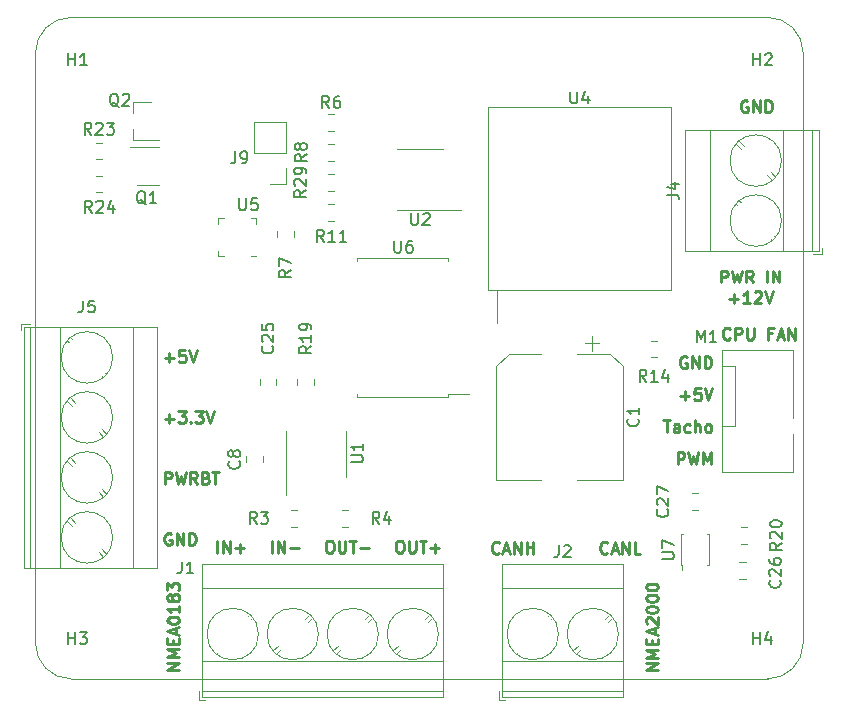
<source format=gbr>
G04 #@! TF.GenerationSoftware,KiCad,Pcbnew,(5.1.5-0-10_14)*
G04 #@! TF.CreationDate,2020-08-14T15:05:08-04:00*
G04 #@! TF.ProjectId,Raspberry-Pi-Hat,52617370-6265-4727-9279-2d50692d4861,rev?*
G04 #@! TF.SameCoordinates,Original*
G04 #@! TF.FileFunction,Legend,Top*
G04 #@! TF.FilePolarity,Positive*
%FSLAX46Y46*%
G04 Gerber Fmt 4.6, Leading zero omitted, Abs format (unit mm)*
G04 Created by KiCad (PCBNEW (5.1.5-0-10_14)) date 2020-08-14 15:05:08*
%MOMM*%
%LPD*%
G04 APERTURE LIST*
%ADD10C,0.250000*%
%ADD11C,0.100000*%
%ADD12C,0.120000*%
%ADD13C,0.150000*%
G04 APERTURE END LIST*
D10*
X132910771Y-98648780D02*
X132910771Y-97648780D01*
X133291723Y-97648780D01*
X133386961Y-97696400D01*
X133434580Y-97744019D01*
X133482199Y-97839257D01*
X133482199Y-97982114D01*
X133434580Y-98077352D01*
X133386961Y-98124971D01*
X133291723Y-98172590D01*
X132910771Y-98172590D01*
X133815533Y-97648780D02*
X134053628Y-98648780D01*
X134244104Y-97934495D01*
X134434580Y-98648780D01*
X134672675Y-97648780D01*
X135053628Y-98648780D02*
X135053628Y-97648780D01*
X135386961Y-98363066D01*
X135720294Y-97648780D01*
X135720294Y-98648780D01*
X131720294Y-94939446D02*
X132291723Y-94939446D01*
X132006008Y-95939446D02*
X132006008Y-94939446D01*
X133053627Y-95939446D02*
X133053627Y-95415637D01*
X133006008Y-95320399D01*
X132910770Y-95272780D01*
X132720294Y-95272780D01*
X132625056Y-95320399D01*
X133053627Y-95891827D02*
X132958389Y-95939446D01*
X132720294Y-95939446D01*
X132625056Y-95891827D01*
X132577437Y-95796589D01*
X132577437Y-95701351D01*
X132625056Y-95606113D01*
X132720294Y-95558494D01*
X132958389Y-95558494D01*
X133053627Y-95510875D01*
X133958389Y-95891827D02*
X133863151Y-95939446D01*
X133672675Y-95939446D01*
X133577437Y-95891827D01*
X133529818Y-95844208D01*
X133482199Y-95748970D01*
X133482199Y-95463256D01*
X133529818Y-95368018D01*
X133577437Y-95320399D01*
X133672675Y-95272780D01*
X133863151Y-95272780D01*
X133958389Y-95320399D01*
X134386961Y-95939446D02*
X134386961Y-94939446D01*
X134815532Y-95939446D02*
X134815532Y-95415637D01*
X134767913Y-95320399D01*
X134672675Y-95272780D01*
X134529818Y-95272780D01*
X134434580Y-95320399D01*
X134386961Y-95368018D01*
X135434580Y-95939446D02*
X135339342Y-95891827D01*
X135291723Y-95844208D01*
X135244103Y-95748970D01*
X135244103Y-95463256D01*
X135291723Y-95368018D01*
X135339342Y-95320399D01*
X135434580Y-95272780D01*
X135577437Y-95272780D01*
X135672675Y-95320399D01*
X135720294Y-95368018D01*
X135767913Y-95463256D01*
X135767913Y-95748970D01*
X135720294Y-95844208D01*
X135672675Y-95891827D01*
X135577437Y-95939446D01*
X135434580Y-95939446D01*
X133148865Y-92849161D02*
X133910770Y-92849161D01*
X133529818Y-93230113D02*
X133529818Y-92468209D01*
X134863151Y-92230113D02*
X134386960Y-92230113D01*
X134339341Y-92706304D01*
X134386960Y-92658685D01*
X134482199Y-92611066D01*
X134720294Y-92611066D01*
X134815532Y-92658685D01*
X134863151Y-92706304D01*
X134910770Y-92801542D01*
X134910770Y-93039637D01*
X134863151Y-93134875D01*
X134815532Y-93182494D01*
X134720294Y-93230113D01*
X134482199Y-93230113D01*
X134386960Y-93182494D01*
X134339341Y-93134875D01*
X135196484Y-92230113D02*
X135529818Y-93230113D01*
X135863151Y-92230113D01*
X133672675Y-89568400D02*
X133577437Y-89520780D01*
X133434580Y-89520780D01*
X133291722Y-89568400D01*
X133196484Y-89663638D01*
X133148865Y-89758876D01*
X133101246Y-89949352D01*
X133101246Y-90092209D01*
X133148865Y-90282685D01*
X133196484Y-90377923D01*
X133291722Y-90473161D01*
X133434580Y-90520780D01*
X133529818Y-90520780D01*
X133672675Y-90473161D01*
X133720294Y-90425542D01*
X133720294Y-90092209D01*
X133529818Y-90092209D01*
X134148865Y-90520780D02*
X134148865Y-89520780D01*
X134720294Y-90520780D01*
X134720294Y-89520780D01*
X135196484Y-90520780D02*
X135196484Y-89520780D01*
X135434580Y-89520780D01*
X135577437Y-89568400D01*
X135672675Y-89663638D01*
X135720294Y-89758876D01*
X135767913Y-89949352D01*
X135767913Y-90092209D01*
X135720294Y-90282685D01*
X135672675Y-90377923D01*
X135577437Y-90473161D01*
X135434580Y-90520780D01*
X135196484Y-90520780D01*
X90721440Y-116050557D02*
X89721440Y-116050557D01*
X90721440Y-115479128D01*
X89721440Y-115479128D01*
X90721440Y-115002938D02*
X89721440Y-115002938D01*
X90435726Y-114669604D01*
X89721440Y-114336271D01*
X90721440Y-114336271D01*
X90197631Y-113860080D02*
X90197631Y-113526747D01*
X90721440Y-113383890D02*
X90721440Y-113860080D01*
X89721440Y-113860080D01*
X89721440Y-113383890D01*
X90435726Y-113002938D02*
X90435726Y-112526747D01*
X90721440Y-113098176D02*
X89721440Y-112764842D01*
X90721440Y-112431509D01*
X89721440Y-111907700D02*
X89721440Y-111812461D01*
X89769060Y-111717223D01*
X89816679Y-111669604D01*
X89911917Y-111621985D01*
X90102393Y-111574366D01*
X90340488Y-111574366D01*
X90530964Y-111621985D01*
X90626202Y-111669604D01*
X90673821Y-111717223D01*
X90721440Y-111812461D01*
X90721440Y-111907700D01*
X90673821Y-112002938D01*
X90626202Y-112050557D01*
X90530964Y-112098176D01*
X90340488Y-112145795D01*
X90102393Y-112145795D01*
X89911917Y-112098176D01*
X89816679Y-112050557D01*
X89769060Y-112002938D01*
X89721440Y-111907700D01*
X90721440Y-110621985D02*
X90721440Y-111193414D01*
X90721440Y-110907700D02*
X89721440Y-110907700D01*
X89864298Y-111002938D01*
X89959536Y-111098176D01*
X90007155Y-111193414D01*
X90150012Y-110050557D02*
X90102393Y-110145795D01*
X90054774Y-110193414D01*
X89959536Y-110241033D01*
X89911917Y-110241033D01*
X89816679Y-110193414D01*
X89769060Y-110145795D01*
X89721440Y-110050557D01*
X89721440Y-109860080D01*
X89769060Y-109764842D01*
X89816679Y-109717223D01*
X89911917Y-109669604D01*
X89959536Y-109669604D01*
X90054774Y-109717223D01*
X90102393Y-109764842D01*
X90150012Y-109860080D01*
X90150012Y-110050557D01*
X90197631Y-110145795D01*
X90245250Y-110193414D01*
X90340488Y-110241033D01*
X90530964Y-110241033D01*
X90626202Y-110193414D01*
X90673821Y-110145795D01*
X90721440Y-110050557D01*
X90721440Y-109860080D01*
X90673821Y-109764842D01*
X90626202Y-109717223D01*
X90530964Y-109669604D01*
X90340488Y-109669604D01*
X90245250Y-109717223D01*
X90197631Y-109764842D01*
X90150012Y-109860080D01*
X89721440Y-109336271D02*
X89721440Y-108717223D01*
X90102393Y-109050557D01*
X90102393Y-108907700D01*
X90150012Y-108812461D01*
X90197631Y-108764842D01*
X90292869Y-108717223D01*
X90530964Y-108717223D01*
X90626202Y-108764842D01*
X90673821Y-108812461D01*
X90721440Y-108907700D01*
X90721440Y-109193414D01*
X90673821Y-109288652D01*
X90626202Y-109336271D01*
X103364739Y-105134160D02*
X103555215Y-105134160D01*
X103650453Y-105181780D01*
X103745691Y-105277018D01*
X103793310Y-105467494D01*
X103793310Y-105800827D01*
X103745691Y-105991303D01*
X103650453Y-106086541D01*
X103555215Y-106134160D01*
X103364739Y-106134160D01*
X103269501Y-106086541D01*
X103174263Y-105991303D01*
X103126644Y-105800827D01*
X103126644Y-105467494D01*
X103174263Y-105277018D01*
X103269501Y-105181780D01*
X103364739Y-105134160D01*
X104221882Y-105134160D02*
X104221882Y-105943684D01*
X104269501Y-106038922D01*
X104317120Y-106086541D01*
X104412358Y-106134160D01*
X104602834Y-106134160D01*
X104698072Y-106086541D01*
X104745691Y-106038922D01*
X104793310Y-105943684D01*
X104793310Y-105134160D01*
X105126644Y-105134160D02*
X105698072Y-105134160D01*
X105412358Y-106134160D02*
X105412358Y-105134160D01*
X106031406Y-105753208D02*
X106793310Y-105753208D01*
X109305292Y-105134160D02*
X109495768Y-105134160D01*
X109591006Y-105181780D01*
X109686244Y-105277018D01*
X109733863Y-105467494D01*
X109733863Y-105800827D01*
X109686244Y-105991303D01*
X109591006Y-106086541D01*
X109495768Y-106134160D01*
X109305292Y-106134160D01*
X109210054Y-106086541D01*
X109114816Y-105991303D01*
X109067197Y-105800827D01*
X109067197Y-105467494D01*
X109114816Y-105277018D01*
X109210054Y-105181780D01*
X109305292Y-105134160D01*
X110162435Y-105134160D02*
X110162435Y-105943684D01*
X110210054Y-106038922D01*
X110257673Y-106086541D01*
X110352911Y-106134160D01*
X110543387Y-106134160D01*
X110638625Y-106086541D01*
X110686244Y-106038922D01*
X110733863Y-105943684D01*
X110733863Y-105134160D01*
X111067197Y-105134160D02*
X111638625Y-105134160D01*
X111352911Y-106134160D02*
X111352911Y-105134160D01*
X111971959Y-105753208D02*
X112733863Y-105753208D01*
X112352911Y-106134160D02*
X112352911Y-105372256D01*
X98567042Y-106134160D02*
X98567042Y-105134160D01*
X99043233Y-106134160D02*
X99043233Y-105134160D01*
X99614661Y-106134160D01*
X99614661Y-105134160D01*
X100090852Y-105753208D02*
X100852757Y-105753208D01*
X93959822Y-106134160D02*
X93959822Y-105134160D01*
X94436013Y-106134160D02*
X94436013Y-105134160D01*
X95007441Y-106134160D01*
X95007441Y-105134160D01*
X95483632Y-105753208D02*
X96245537Y-105753208D01*
X95864584Y-106134160D02*
X95864584Y-105372256D01*
X131254760Y-116086117D02*
X130254760Y-116086117D01*
X131254760Y-115514688D01*
X130254760Y-115514688D01*
X131254760Y-115038498D02*
X130254760Y-115038498D01*
X130969046Y-114705164D01*
X130254760Y-114371831D01*
X131254760Y-114371831D01*
X130730951Y-113895640D02*
X130730951Y-113562307D01*
X131254760Y-113419450D02*
X131254760Y-113895640D01*
X130254760Y-113895640D01*
X130254760Y-113419450D01*
X130969046Y-113038498D02*
X130969046Y-112562307D01*
X131254760Y-113133736D02*
X130254760Y-112800402D01*
X131254760Y-112467069D01*
X130349999Y-112181355D02*
X130302380Y-112133736D01*
X130254760Y-112038498D01*
X130254760Y-111800402D01*
X130302380Y-111705164D01*
X130349999Y-111657545D01*
X130445237Y-111609926D01*
X130540475Y-111609926D01*
X130683332Y-111657545D01*
X131254760Y-112228974D01*
X131254760Y-111609926D01*
X130254760Y-110990879D02*
X130254760Y-110895640D01*
X130302380Y-110800402D01*
X130349999Y-110752783D01*
X130445237Y-110705164D01*
X130635713Y-110657545D01*
X130873808Y-110657545D01*
X131064284Y-110705164D01*
X131159522Y-110752783D01*
X131207141Y-110800402D01*
X131254760Y-110895640D01*
X131254760Y-110990879D01*
X131207141Y-111086117D01*
X131159522Y-111133736D01*
X131064284Y-111181355D01*
X130873808Y-111228974D01*
X130635713Y-111228974D01*
X130445237Y-111181355D01*
X130349999Y-111133736D01*
X130302380Y-111086117D01*
X130254760Y-110990879D01*
X130254760Y-110038498D02*
X130254760Y-109943260D01*
X130302380Y-109848021D01*
X130349999Y-109800402D01*
X130445237Y-109752783D01*
X130635713Y-109705164D01*
X130873808Y-109705164D01*
X131064284Y-109752783D01*
X131159522Y-109800402D01*
X131207141Y-109848021D01*
X131254760Y-109943260D01*
X131254760Y-110038498D01*
X131207141Y-110133736D01*
X131159522Y-110181355D01*
X131064284Y-110228974D01*
X130873808Y-110276593D01*
X130635713Y-110276593D01*
X130445237Y-110228974D01*
X130349999Y-110181355D01*
X130302380Y-110133736D01*
X130254760Y-110038498D01*
X130254760Y-109086117D02*
X130254760Y-108990879D01*
X130302380Y-108895640D01*
X130349999Y-108848021D01*
X130445237Y-108800402D01*
X130635713Y-108752783D01*
X130873808Y-108752783D01*
X131064284Y-108800402D01*
X131159522Y-108848021D01*
X131207141Y-108895640D01*
X131254760Y-108990879D01*
X131254760Y-109086117D01*
X131207141Y-109181355D01*
X131159522Y-109228974D01*
X131064284Y-109276593D01*
X130873808Y-109324212D01*
X130635713Y-109324212D01*
X130445237Y-109276593D01*
X130349999Y-109228974D01*
X130302380Y-109181355D01*
X130254760Y-109086117D01*
X126963300Y-106127142D02*
X126915681Y-106174761D01*
X126772824Y-106222380D01*
X126677586Y-106222380D01*
X126534729Y-106174761D01*
X126439491Y-106079523D01*
X126391872Y-105984285D01*
X126344253Y-105793809D01*
X126344253Y-105650952D01*
X126391872Y-105460476D01*
X126439491Y-105365238D01*
X126534729Y-105270000D01*
X126677586Y-105222380D01*
X126772824Y-105222380D01*
X126915681Y-105270000D01*
X126963300Y-105317619D01*
X127344253Y-105936666D02*
X127820443Y-105936666D01*
X127249015Y-106222380D02*
X127582348Y-105222380D01*
X127915681Y-106222380D01*
X128249015Y-106222380D02*
X128249015Y-105222380D01*
X128820443Y-106222380D01*
X128820443Y-105222380D01*
X129772824Y-106222380D02*
X129296634Y-106222380D01*
X129296634Y-105222380D01*
X117803333Y-106127142D02*
X117755714Y-106174761D01*
X117612857Y-106222380D01*
X117517619Y-106222380D01*
X117374761Y-106174761D01*
X117279523Y-106079523D01*
X117231904Y-105984285D01*
X117184285Y-105793809D01*
X117184285Y-105650952D01*
X117231904Y-105460476D01*
X117279523Y-105365238D01*
X117374761Y-105270000D01*
X117517619Y-105222380D01*
X117612857Y-105222380D01*
X117755714Y-105270000D01*
X117803333Y-105317619D01*
X118184285Y-105936666D02*
X118660476Y-105936666D01*
X118089047Y-106222380D02*
X118422380Y-105222380D01*
X118755714Y-106222380D01*
X119089047Y-106222380D02*
X119089047Y-105222380D01*
X119660476Y-106222380D01*
X119660476Y-105222380D01*
X120136666Y-106222380D02*
X120136666Y-105222380D01*
X120136666Y-105698571D02*
X120708095Y-105698571D01*
X120708095Y-106222380D02*
X120708095Y-105222380D01*
X136578649Y-83265300D02*
X136578649Y-82265300D01*
X136959601Y-82265300D01*
X137054840Y-82312920D01*
X137102459Y-82360539D01*
X137150078Y-82455777D01*
X137150078Y-82598634D01*
X137102459Y-82693872D01*
X137054840Y-82741491D01*
X136959601Y-82789110D01*
X136578649Y-82789110D01*
X137483411Y-82265300D02*
X137721506Y-83265300D01*
X137911982Y-82551015D01*
X138102459Y-83265300D01*
X138340554Y-82265300D01*
X139292935Y-83265300D02*
X138959601Y-82789110D01*
X138721506Y-83265300D02*
X138721506Y-82265300D01*
X139102459Y-82265300D01*
X139197697Y-82312920D01*
X139245316Y-82360539D01*
X139292935Y-82455777D01*
X139292935Y-82598634D01*
X139245316Y-82693872D01*
X139197697Y-82741491D01*
X139102459Y-82789110D01*
X138721506Y-82789110D01*
X140483411Y-83265300D02*
X140483411Y-82265300D01*
X140959601Y-83265300D02*
X140959601Y-82265300D01*
X141531030Y-83265300D01*
X141531030Y-82265300D01*
X137292935Y-84634348D02*
X138054840Y-84634348D01*
X137673887Y-85015300D02*
X137673887Y-84253396D01*
X139054840Y-85015300D02*
X138483411Y-85015300D01*
X138769125Y-85015300D02*
X138769125Y-84015300D01*
X138673887Y-84158158D01*
X138578649Y-84253396D01*
X138483411Y-84301015D01*
X139435792Y-84110539D02*
X139483411Y-84062920D01*
X139578649Y-84015300D01*
X139816744Y-84015300D01*
X139911982Y-84062920D01*
X139959601Y-84110539D01*
X140007220Y-84205777D01*
X140007220Y-84301015D01*
X139959601Y-84443872D01*
X139388173Y-85015300D01*
X140007220Y-85015300D01*
X140292935Y-84015300D02*
X140626268Y-85015300D01*
X140959601Y-84015300D01*
X137345729Y-87997302D02*
X137298110Y-88044921D01*
X137155253Y-88092540D01*
X137060015Y-88092540D01*
X136917158Y-88044921D01*
X136821920Y-87949683D01*
X136774300Y-87854445D01*
X136726681Y-87663969D01*
X136726681Y-87521112D01*
X136774300Y-87330636D01*
X136821920Y-87235398D01*
X136917158Y-87140160D01*
X137060015Y-87092540D01*
X137155253Y-87092540D01*
X137298110Y-87140160D01*
X137345729Y-87187779D01*
X137774300Y-88092540D02*
X137774300Y-87092540D01*
X138155253Y-87092540D01*
X138250491Y-87140160D01*
X138298110Y-87187779D01*
X138345729Y-87283017D01*
X138345729Y-87425874D01*
X138298110Y-87521112D01*
X138250491Y-87568731D01*
X138155253Y-87616350D01*
X137774300Y-87616350D01*
X138774300Y-87092540D02*
X138774300Y-87902064D01*
X138821920Y-87997302D01*
X138869539Y-88044921D01*
X138964777Y-88092540D01*
X139155253Y-88092540D01*
X139250491Y-88044921D01*
X139298110Y-87997302D01*
X139345729Y-87902064D01*
X139345729Y-87092540D01*
X140917158Y-87568731D02*
X140583824Y-87568731D01*
X140583824Y-88092540D02*
X140583824Y-87092540D01*
X141060015Y-87092540D01*
X141393348Y-87806826D02*
X141869539Y-87806826D01*
X141298110Y-88092540D02*
X141631443Y-87092540D01*
X141964777Y-88092540D01*
X142298110Y-88092540D02*
X142298110Y-87092540D01*
X142869539Y-88092540D01*
X142869539Y-87092540D01*
X138821255Y-67884420D02*
X138726017Y-67836800D01*
X138583160Y-67836800D01*
X138440302Y-67884420D01*
X138345064Y-67979658D01*
X138297445Y-68074896D01*
X138249826Y-68265372D01*
X138249826Y-68408229D01*
X138297445Y-68598705D01*
X138345064Y-68693943D01*
X138440302Y-68789181D01*
X138583160Y-68836800D01*
X138678398Y-68836800D01*
X138821255Y-68789181D01*
X138868874Y-68741562D01*
X138868874Y-68408229D01*
X138678398Y-68408229D01*
X139297445Y-68836800D02*
X139297445Y-67836800D01*
X139868874Y-68836800D01*
X139868874Y-67836800D01*
X140345064Y-68836800D02*
X140345064Y-67836800D01*
X140583160Y-67836800D01*
X140726017Y-67884420D01*
X140821255Y-67979658D01*
X140868874Y-68074896D01*
X140916493Y-68265372D01*
X140916493Y-68408229D01*
X140868874Y-68598705D01*
X140821255Y-68693943D01*
X140726017Y-68789181D01*
X140583160Y-68836800D01*
X140345064Y-68836800D01*
X89504045Y-89629288D02*
X90265950Y-89629288D01*
X89884998Y-90010240D02*
X89884998Y-89248336D01*
X91218331Y-89010240D02*
X90742140Y-89010240D01*
X90694521Y-89486431D01*
X90742140Y-89438812D01*
X90837379Y-89391193D01*
X91075474Y-89391193D01*
X91170712Y-89438812D01*
X91218331Y-89486431D01*
X91265950Y-89581669D01*
X91265950Y-89819764D01*
X91218331Y-89915002D01*
X91170712Y-89962621D01*
X91075474Y-90010240D01*
X90837379Y-90010240D01*
X90742140Y-89962621D01*
X90694521Y-89915002D01*
X91551664Y-89010240D02*
X91884998Y-90010240D01*
X92218331Y-89010240D01*
X89504046Y-94785488D02*
X90265950Y-94785488D01*
X89884998Y-95166440D02*
X89884998Y-94404536D01*
X90646903Y-94166440D02*
X91265950Y-94166440D01*
X90932617Y-94547393D01*
X91075474Y-94547393D01*
X91170712Y-94595012D01*
X91218331Y-94642631D01*
X91265950Y-94737869D01*
X91265950Y-94975964D01*
X91218331Y-95071202D01*
X91170712Y-95118821D01*
X91075474Y-95166440D01*
X90789760Y-95166440D01*
X90694522Y-95118821D01*
X90646903Y-95071202D01*
X91694522Y-95071202D02*
X91742141Y-95118821D01*
X91694522Y-95166440D01*
X91646903Y-95118821D01*
X91694522Y-95071202D01*
X91694522Y-95166440D01*
X92075474Y-94166440D02*
X92694522Y-94166440D01*
X92361188Y-94547393D01*
X92504046Y-94547393D01*
X92599284Y-94595012D01*
X92646903Y-94642631D01*
X92694522Y-94737869D01*
X92694522Y-94975964D01*
X92646903Y-95071202D01*
X92599284Y-95118821D01*
X92504046Y-95166440D01*
X92218331Y-95166440D01*
X92123093Y-95118821D01*
X92075474Y-95071202D01*
X92980236Y-94166440D02*
X93313569Y-95166440D01*
X93646903Y-94166440D01*
X89504046Y-100322640D02*
X89504046Y-99322640D01*
X89884998Y-99322640D01*
X89980236Y-99370260D01*
X90027855Y-99417879D01*
X90075474Y-99513117D01*
X90075474Y-99655974D01*
X90027855Y-99751212D01*
X89980236Y-99798831D01*
X89884998Y-99846450D01*
X89504046Y-99846450D01*
X90408808Y-99322640D02*
X90646903Y-100322640D01*
X90837379Y-99608355D01*
X91027855Y-100322640D01*
X91265951Y-99322640D01*
X92218332Y-100322640D02*
X91884998Y-99846450D01*
X91646903Y-100322640D02*
X91646903Y-99322640D01*
X92027855Y-99322640D01*
X92123093Y-99370260D01*
X92170712Y-99417879D01*
X92218332Y-99513117D01*
X92218332Y-99655974D01*
X92170712Y-99751212D01*
X92123093Y-99798831D01*
X92027855Y-99846450D01*
X91646903Y-99846450D01*
X92980236Y-99798831D02*
X93123093Y-99846450D01*
X93170712Y-99894069D01*
X93218332Y-99989307D01*
X93218332Y-100132164D01*
X93170712Y-100227402D01*
X93123093Y-100275021D01*
X93027855Y-100322640D01*
X92646903Y-100322640D01*
X92646903Y-99322640D01*
X92980236Y-99322640D01*
X93075474Y-99370260D01*
X93123093Y-99417879D01*
X93170712Y-99513117D01*
X93170712Y-99608355D01*
X93123093Y-99703593D01*
X93075474Y-99751212D01*
X92980236Y-99798831D01*
X92646903Y-99798831D01*
X93504046Y-99322640D02*
X94075474Y-99322640D01*
X93789760Y-100322640D02*
X93789760Y-99322640D01*
X90027855Y-104526460D02*
X89932617Y-104478840D01*
X89789760Y-104478840D01*
X89646902Y-104526460D01*
X89551664Y-104621698D01*
X89504045Y-104716936D01*
X89456426Y-104907412D01*
X89456426Y-105050269D01*
X89504045Y-105240745D01*
X89551664Y-105335983D01*
X89646902Y-105431221D01*
X89789760Y-105478840D01*
X89884998Y-105478840D01*
X90027855Y-105431221D01*
X90075474Y-105383602D01*
X90075474Y-105050269D01*
X89884998Y-105050269D01*
X90504045Y-105478840D02*
X90504045Y-104478840D01*
X91075474Y-105478840D01*
X91075474Y-104478840D01*
X91551664Y-105478840D02*
X91551664Y-104478840D01*
X91789760Y-104478840D01*
X91932617Y-104526460D01*
X92027855Y-104621698D01*
X92075474Y-104716936D01*
X92123093Y-104907412D01*
X92123093Y-105050269D01*
X92075474Y-105240745D01*
X92027855Y-105335983D01*
X91932617Y-105431221D01*
X91789760Y-105478840D01*
X91551664Y-105478840D01*
D11*
X78546356Y-63817611D02*
X78546356Y-113817611D01*
X78546356Y-63817611D02*
G75*
G02X81546356Y-60817611I3000000J0D01*
G01*
X140546356Y-60817611D02*
X81546356Y-60817611D01*
X140546356Y-60817611D02*
G75*
G02X143546356Y-63817611I0J-3000000D01*
G01*
X143546351Y-113822847D02*
X143546356Y-63817611D01*
X81546356Y-116817611D02*
G75*
G02X78546356Y-113817611I0J3000000D01*
G01*
X81546356Y-116817611D02*
X140546356Y-116817611D01*
X143546351Y-113822847D02*
G75*
G02X140546356Y-116817611I-2999995J5236D01*
G01*
D12*
X126285000Y-88425000D02*
X125035000Y-88425000D01*
X125660000Y-87800000D02*
X125660000Y-89050000D01*
X118604437Y-89290000D02*
X117540000Y-90354437D01*
X127195563Y-89290000D02*
X128260000Y-90354437D01*
X127195563Y-89290000D02*
X124410000Y-89290000D01*
X118604437Y-89290000D02*
X121390000Y-89290000D01*
X117540000Y-90354437D02*
X117540000Y-100010000D01*
X128260000Y-90354437D02*
X128260000Y-100010000D01*
X128260000Y-100010000D02*
X124410000Y-100010000D01*
X117540000Y-100010000D02*
X121390000Y-100010000D01*
X111125000Y-77109000D02*
X114575000Y-77109000D01*
X111125000Y-77109000D02*
X109175000Y-77109000D01*
X111125000Y-71989000D02*
X113075000Y-71989000D01*
X111125000Y-71989000D02*
X109175000Y-71989000D01*
X77305600Y-86771200D02*
X77305600Y-87271200D01*
X78045600Y-86771200D02*
X77305600Y-86771200D01*
X81913600Y-103593200D02*
X81517600Y-103198200D01*
X84559600Y-106239200D02*
X84179600Y-105859200D01*
X81631600Y-103844200D02*
X81251600Y-103464200D01*
X84293600Y-106505200D02*
X83897600Y-106110200D01*
X81913600Y-98513200D02*
X81517600Y-98118200D01*
X84559600Y-101159200D02*
X84179600Y-100779200D01*
X81631600Y-98764200D02*
X81251600Y-98384200D01*
X84293600Y-101425200D02*
X83897600Y-101030200D01*
X81913600Y-93433200D02*
X81517600Y-93038200D01*
X84559600Y-96079200D02*
X84179600Y-95699200D01*
X81631600Y-93684200D02*
X81251600Y-93304200D01*
X84293600Y-96345200D02*
X83897600Y-95950200D01*
X81624600Y-88063200D02*
X81517600Y-87957200D01*
X84559600Y-90999200D02*
X84452600Y-90892200D01*
X81358600Y-88329200D02*
X81251600Y-88223200D01*
X84293600Y-91265200D02*
X84186600Y-91158200D01*
X88865600Y-107451200D02*
X77545600Y-107451200D01*
X88865600Y-87011200D02*
X77545600Y-87011200D01*
X77545600Y-87011200D02*
X77545600Y-107451200D01*
X88865600Y-87011200D02*
X88865600Y-107451200D01*
X86805600Y-87011200D02*
X86805600Y-107451200D01*
X80605600Y-87011200D02*
X80605600Y-107451200D01*
X78105600Y-87011200D02*
X78105600Y-107451200D01*
X85085600Y-104851200D02*
G75*
G03X85085600Y-104851200I-2180000J0D01*
G01*
X85085600Y-99771200D02*
G75*
G03X85085600Y-99771200I-2180000J0D01*
G01*
X85085600Y-94691200D02*
G75*
G03X85085600Y-94691200I-2180000J0D01*
G01*
X85085600Y-89611200D02*
G75*
G03X85085600Y-89611200I-2180000J0D01*
G01*
X145132360Y-80863720D02*
X145132360Y-80363720D01*
X144392360Y-80863720D02*
X145132360Y-80863720D01*
X140524360Y-74201720D02*
X140920360Y-74596720D01*
X137878360Y-71555720D02*
X138258360Y-71935720D01*
X140806360Y-73950720D02*
X141186360Y-74330720D01*
X138144360Y-71289720D02*
X138540360Y-71684720D01*
X140813360Y-79571720D02*
X140920360Y-79677720D01*
X137878360Y-76635720D02*
X137985360Y-76742720D01*
X141079360Y-79305720D02*
X141186360Y-79411720D01*
X138144360Y-76369720D02*
X138251360Y-76476720D01*
X133572360Y-70343720D02*
X144892360Y-70343720D01*
X133572360Y-80623720D02*
X144892360Y-80623720D01*
X144892360Y-80623720D02*
X144892360Y-70343720D01*
X133572360Y-80623720D02*
X133572360Y-70343720D01*
X135632360Y-80623720D02*
X135632360Y-70343720D01*
X141832360Y-80623720D02*
X141832360Y-70343720D01*
X144332360Y-80623720D02*
X144332360Y-70343720D01*
X141712360Y-72943720D02*
G75*
G03X141712360Y-72943720I-2180000J0D01*
G01*
X141712360Y-78023720D02*
G75*
G03X141712360Y-78023720I-2180000J0D01*
G01*
X117810000Y-118630000D02*
X118310000Y-118630000D01*
X117810000Y-117890000D02*
X117810000Y-118630000D01*
X124472000Y-114022000D02*
X124077000Y-114418000D01*
X127118000Y-111376000D02*
X126738000Y-111756000D01*
X124723000Y-114304000D02*
X124343000Y-114684000D01*
X127384000Y-111642000D02*
X126989000Y-112038000D01*
X119102000Y-114311000D02*
X118996000Y-114418000D01*
X122038000Y-111376000D02*
X121931000Y-111483000D01*
X119368000Y-114577000D02*
X119262000Y-114684000D01*
X122304000Y-111642000D02*
X122197000Y-111749000D01*
X128330000Y-107070000D02*
X128330000Y-118390000D01*
X118050000Y-107070000D02*
X118050000Y-118390000D01*
X118050000Y-118390000D02*
X128330000Y-118390000D01*
X118050000Y-107070000D02*
X128330000Y-107070000D01*
X118050000Y-109130000D02*
X128330000Y-109130000D01*
X118050000Y-115330000D02*
X128330000Y-115330000D01*
X118050000Y-117830000D02*
X128330000Y-117830000D01*
X127910000Y-113030000D02*
G75*
G03X127910000Y-113030000I-2180000J0D01*
G01*
X122830000Y-113030000D02*
G75*
G03X122830000Y-113030000I-2180000J0D01*
G01*
X92410000Y-118630000D02*
X92910000Y-118630000D01*
X92410000Y-117890000D02*
X92410000Y-118630000D01*
X109232000Y-114022000D02*
X108837000Y-114418000D01*
X111878000Y-111376000D02*
X111498000Y-111756000D01*
X109483000Y-114304000D02*
X109103000Y-114684000D01*
X112144000Y-111642000D02*
X111749000Y-112038000D01*
X104152000Y-114022000D02*
X103757000Y-114418000D01*
X106798000Y-111376000D02*
X106418000Y-111756000D01*
X104403000Y-114304000D02*
X104023000Y-114684000D01*
X107064000Y-111642000D02*
X106669000Y-112038000D01*
X99072000Y-114022000D02*
X98677000Y-114418000D01*
X101718000Y-111376000D02*
X101338000Y-111756000D01*
X99323000Y-114304000D02*
X98943000Y-114684000D01*
X101984000Y-111642000D02*
X101589000Y-112038000D01*
X93702000Y-114311000D02*
X93596000Y-114418000D01*
X96638000Y-111376000D02*
X96531000Y-111483000D01*
X93968000Y-114577000D02*
X93862000Y-114684000D01*
X96904000Y-111642000D02*
X96797000Y-111749000D01*
X113090000Y-107070000D02*
X113090000Y-118390000D01*
X92650000Y-107070000D02*
X92650000Y-118390000D01*
X92650000Y-118390000D02*
X113090000Y-118390000D01*
X92650000Y-107070000D02*
X113090000Y-107070000D01*
X92650000Y-109130000D02*
X113090000Y-109130000D01*
X92650000Y-115330000D02*
X113090000Y-115330000D01*
X92650000Y-117830000D02*
X113090000Y-117830000D01*
X112670000Y-113030000D02*
G75*
G03X112670000Y-113030000I-2180000J0D01*
G01*
X107590000Y-113030000D02*
G75*
G03X107590000Y-113030000I-2180000J0D01*
G01*
X102510000Y-113030000D02*
G75*
G03X102510000Y-113030000I-2180000J0D01*
G01*
X97430000Y-113030000D02*
G75*
G03X97430000Y-113030000I-2180000J0D01*
G01*
X135599020Y-107190060D02*
X135599020Y-104590060D01*
X135599020Y-104590060D02*
X135399020Y-104590060D01*
X133399020Y-104590060D02*
X133199020Y-104590060D01*
X133199020Y-104590060D02*
X133199020Y-107190060D01*
X133199020Y-107190060D02*
X133299020Y-107190060D01*
X133299020Y-107190060D02*
X133299020Y-107590060D01*
X135599020Y-107190060D02*
X135399020Y-107190060D01*
X138780152Y-103950700D02*
X138257648Y-103950700D01*
X138780152Y-105370700D02*
X138257648Y-105370700D01*
X134617092Y-101116060D02*
X134094588Y-101116060D01*
X134617092Y-102536060D02*
X134094588Y-102536060D01*
X138673472Y-106970760D02*
X138150968Y-106970760D01*
X138673472Y-108390760D02*
X138150968Y-108390760D01*
X103829752Y-76633000D02*
X103307248Y-76633000D01*
X103829752Y-78053000D02*
X103307248Y-78053000D01*
X99753740Y-97810320D02*
X99753740Y-101260320D01*
X99753740Y-97810320D02*
X99753740Y-95860320D01*
X104873740Y-97810320D02*
X104873740Y-99760320D01*
X104873740Y-97810320D02*
X104873740Y-95860320D01*
X103307248Y-75513000D02*
X103829752Y-75513000D01*
X103307248Y-74093000D02*
X103829752Y-74093000D01*
X84208252Y-74220000D02*
X83685748Y-74220000D01*
X84208252Y-75640000D02*
X83685748Y-75640000D01*
X84208252Y-71426000D02*
X83685748Y-71426000D01*
X84208252Y-72846000D02*
X83685748Y-72846000D01*
X100699500Y-91432748D02*
X100699500Y-91955252D01*
X102119500Y-91432748D02*
X102119500Y-91955252D01*
X131211252Y-88190000D02*
X130688748Y-88190000D01*
X131211252Y-89610000D02*
X130688748Y-89610000D01*
X103307248Y-72973000D02*
X103829752Y-72973000D01*
X103307248Y-71553000D02*
X103829752Y-71553000D01*
X100430400Y-79407652D02*
X100430400Y-78885148D01*
X99010400Y-79407652D02*
X99010400Y-78885148D01*
X103307248Y-70433000D02*
X103829752Y-70433000D01*
X103307248Y-69013000D02*
X103829752Y-69013000D01*
X104504968Y-103986400D02*
X105027472Y-103986400D01*
X104504968Y-102566400D02*
X105027472Y-102566400D01*
X100733492Y-102566400D02*
X100210988Y-102566400D01*
X100733492Y-103986400D02*
X100210988Y-103986400D01*
X97524500Y-91432748D02*
X97524500Y-91955252D01*
X98944500Y-91432748D02*
X98944500Y-91955252D01*
X97786260Y-98505912D02*
X97786260Y-97983408D01*
X96366260Y-98505912D02*
X96366260Y-97983408D01*
X113461000Y-92698500D02*
X115276000Y-92698500D01*
X113461000Y-92943500D02*
X113461000Y-92698500D01*
X109601000Y-92943500D02*
X113461000Y-92943500D01*
X105741000Y-92943500D02*
X105741000Y-92698500D01*
X109601000Y-92943500D02*
X105741000Y-92943500D01*
X113461000Y-81173500D02*
X113461000Y-81418500D01*
X109601000Y-81173500D02*
X113461000Y-81173500D01*
X105741000Y-81173500D02*
X105741000Y-81418500D01*
X109601000Y-81173500D02*
X105741000Y-81173500D01*
X96766000Y-81048500D02*
X97241000Y-81048500D01*
X94021000Y-77828500D02*
X94021000Y-78303500D01*
X94496000Y-77828500D02*
X94021000Y-77828500D01*
X97241000Y-77828500D02*
X97241000Y-78303500D01*
X96766000Y-77828500D02*
X97241000Y-77828500D01*
X94021000Y-81048500D02*
X94021000Y-80573500D01*
X94496000Y-81048500D02*
X94021000Y-81048500D01*
X137808780Y-95425260D02*
X136798780Y-95425260D01*
X137808780Y-90345260D02*
X137808780Y-95425260D01*
X136798780Y-90345260D02*
X137808780Y-90345260D01*
X136698780Y-88995260D02*
X142698780Y-88995260D01*
X136698780Y-99295260D02*
X136698780Y-88995260D01*
X142648780Y-99295260D02*
X136698780Y-99295260D01*
X142648780Y-96095260D02*
X142648780Y-99295260D01*
X142698780Y-88995260D02*
X142698780Y-94745260D01*
X117609860Y-83913420D02*
X117609860Y-86663420D01*
X116859860Y-68403420D02*
X132359860Y-68403420D01*
X132359860Y-68403420D02*
X132359860Y-83903420D01*
X116859860Y-83903420D02*
X116859860Y-68403420D01*
X116859860Y-83903420D02*
X132359860Y-83903420D01*
X99729600Y-74888400D02*
X98399600Y-74888400D01*
X99729600Y-73558400D02*
X99729600Y-74888400D01*
X99729600Y-72288400D02*
X97069600Y-72288400D01*
X97069600Y-72288400D02*
X97069600Y-69688400D01*
X99729600Y-72288400D02*
X99729600Y-69688400D01*
X99729600Y-69688400D02*
X97069600Y-69688400D01*
X86840000Y-68020000D02*
X88300000Y-68020000D01*
X86840000Y-71180000D02*
X89000000Y-71180000D01*
X86840000Y-71180000D02*
X86840000Y-70250000D01*
X86840000Y-68020000D02*
X86840000Y-68950000D01*
X88974500Y-71808700D02*
X86524500Y-71808700D01*
X87174500Y-75028700D02*
X88974500Y-75028700D01*
D13*
X129557142Y-94816666D02*
X129604761Y-94864285D01*
X129652380Y-95007142D01*
X129652380Y-95102380D01*
X129604761Y-95245238D01*
X129509523Y-95340476D01*
X129414285Y-95388095D01*
X129223809Y-95435714D01*
X129080952Y-95435714D01*
X128890476Y-95388095D01*
X128795238Y-95340476D01*
X128700000Y-95245238D01*
X128652380Y-95102380D01*
X128652380Y-95007142D01*
X128700000Y-94864285D01*
X128747619Y-94816666D01*
X129652380Y-93864285D02*
X129652380Y-94435714D01*
X129652380Y-94150000D02*
X128652380Y-94150000D01*
X128795238Y-94245238D01*
X128890476Y-94340476D01*
X128938095Y-94435714D01*
X110363095Y-77401380D02*
X110363095Y-78210904D01*
X110410714Y-78306142D01*
X110458333Y-78353761D01*
X110553571Y-78401380D01*
X110744047Y-78401380D01*
X110839285Y-78353761D01*
X110886904Y-78306142D01*
X110934523Y-78210904D01*
X110934523Y-77401380D01*
X111363095Y-77496619D02*
X111410714Y-77449000D01*
X111505952Y-77401380D01*
X111744047Y-77401380D01*
X111839285Y-77449000D01*
X111886904Y-77496619D01*
X111934523Y-77591857D01*
X111934523Y-77687095D01*
X111886904Y-77829952D01*
X111315476Y-78401380D01*
X111934523Y-78401380D01*
X82566666Y-84802380D02*
X82566666Y-85516666D01*
X82519047Y-85659523D01*
X82423809Y-85754761D01*
X82280952Y-85802380D01*
X82185714Y-85802380D01*
X83519047Y-84802380D02*
X83042857Y-84802380D01*
X82995238Y-85278571D01*
X83042857Y-85230952D01*
X83138095Y-85183333D01*
X83376190Y-85183333D01*
X83471428Y-85230952D01*
X83519047Y-85278571D01*
X83566666Y-85373809D01*
X83566666Y-85611904D01*
X83519047Y-85707142D01*
X83471428Y-85754761D01*
X83376190Y-85802380D01*
X83138095Y-85802380D01*
X83042857Y-85754761D01*
X82995238Y-85707142D01*
X132024740Y-75817053D02*
X132739026Y-75817053D01*
X132881883Y-75864672D01*
X132977121Y-75959910D01*
X133024740Y-76102767D01*
X133024740Y-76198005D01*
X132358074Y-74912291D02*
X133024740Y-74912291D01*
X131977121Y-75150386D02*
X132691407Y-75388481D01*
X132691407Y-74769434D01*
X122856666Y-105522380D02*
X122856666Y-106236666D01*
X122809047Y-106379523D01*
X122713809Y-106474761D01*
X122570952Y-106522380D01*
X122475714Y-106522380D01*
X123285238Y-105617619D02*
X123332857Y-105570000D01*
X123428095Y-105522380D01*
X123666190Y-105522380D01*
X123761428Y-105570000D01*
X123809047Y-105617619D01*
X123856666Y-105712857D01*
X123856666Y-105808095D01*
X123809047Y-105950952D01*
X123237619Y-106522380D01*
X123856666Y-106522380D01*
X90928866Y-106891840D02*
X90928866Y-107606126D01*
X90881247Y-107748983D01*
X90786009Y-107844221D01*
X90643152Y-107891840D01*
X90547914Y-107891840D01*
X91928866Y-107891840D02*
X91357438Y-107891840D01*
X91643152Y-107891840D02*
X91643152Y-106891840D01*
X91547914Y-107034698D01*
X91452676Y-107129936D01*
X91357438Y-107177555D01*
X131600960Y-106692604D02*
X132410484Y-106692604D01*
X132505722Y-106644985D01*
X132553341Y-106597366D01*
X132600960Y-106502128D01*
X132600960Y-106311652D01*
X132553341Y-106216414D01*
X132505722Y-106168795D01*
X132410484Y-106121176D01*
X131600960Y-106121176D01*
X131600960Y-105740223D02*
X131600960Y-105073557D01*
X132600960Y-105502128D01*
X141727180Y-105313717D02*
X141250990Y-105647050D01*
X141727180Y-105885145D02*
X140727180Y-105885145D01*
X140727180Y-105504193D01*
X140774800Y-105408955D01*
X140822419Y-105361336D01*
X140917657Y-105313717D01*
X141060514Y-105313717D01*
X141155752Y-105361336D01*
X141203371Y-105408955D01*
X141250990Y-105504193D01*
X141250990Y-105885145D01*
X140822419Y-104932764D02*
X140774800Y-104885145D01*
X140727180Y-104789907D01*
X140727180Y-104551812D01*
X140774800Y-104456574D01*
X140822419Y-104408955D01*
X140917657Y-104361336D01*
X141012895Y-104361336D01*
X141155752Y-104408955D01*
X141727180Y-104980383D01*
X141727180Y-104361336D01*
X140727180Y-103742288D02*
X140727180Y-103647050D01*
X140774800Y-103551812D01*
X140822419Y-103504193D01*
X140917657Y-103456574D01*
X141108133Y-103408955D01*
X141346228Y-103408955D01*
X141536704Y-103456574D01*
X141631942Y-103504193D01*
X141679561Y-103551812D01*
X141727180Y-103647050D01*
X141727180Y-103742288D01*
X141679561Y-103837526D01*
X141631942Y-103885145D01*
X141536704Y-103932764D01*
X141346228Y-103980383D01*
X141108133Y-103980383D01*
X140917657Y-103932764D01*
X140822419Y-103885145D01*
X140774800Y-103837526D01*
X140727180Y-103742288D01*
X132043442Y-102481617D02*
X132091061Y-102529236D01*
X132138680Y-102672093D01*
X132138680Y-102767331D01*
X132091061Y-102910188D01*
X131995823Y-103005426D01*
X131900585Y-103053045D01*
X131710109Y-103100664D01*
X131567252Y-103100664D01*
X131376776Y-103053045D01*
X131281538Y-103005426D01*
X131186300Y-102910188D01*
X131138680Y-102767331D01*
X131138680Y-102672093D01*
X131186300Y-102529236D01*
X131233919Y-102481617D01*
X131233919Y-102100664D02*
X131186300Y-102053045D01*
X131138680Y-101957807D01*
X131138680Y-101719712D01*
X131186300Y-101624474D01*
X131233919Y-101576855D01*
X131329157Y-101529236D01*
X131424395Y-101529236D01*
X131567252Y-101576855D01*
X132138680Y-102148283D01*
X132138680Y-101529236D01*
X131138680Y-101195902D02*
X131138680Y-100529236D01*
X132138680Y-100957807D01*
X141568442Y-108483637D02*
X141616061Y-108531256D01*
X141663680Y-108674113D01*
X141663680Y-108769351D01*
X141616061Y-108912208D01*
X141520823Y-109007446D01*
X141425585Y-109055065D01*
X141235109Y-109102684D01*
X141092252Y-109102684D01*
X140901776Y-109055065D01*
X140806538Y-109007446D01*
X140711300Y-108912208D01*
X140663680Y-108769351D01*
X140663680Y-108674113D01*
X140711300Y-108531256D01*
X140758919Y-108483637D01*
X140758919Y-108102684D02*
X140711300Y-108055065D01*
X140663680Y-107959827D01*
X140663680Y-107721732D01*
X140711300Y-107626494D01*
X140758919Y-107578875D01*
X140854157Y-107531256D01*
X140949395Y-107531256D01*
X141092252Y-107578875D01*
X141663680Y-108150303D01*
X141663680Y-107531256D01*
X140663680Y-106674113D02*
X140663680Y-106864589D01*
X140711300Y-106959827D01*
X140758919Y-107007446D01*
X140901776Y-107102684D01*
X141092252Y-107150303D01*
X141473204Y-107150303D01*
X141568442Y-107102684D01*
X141616061Y-107055065D01*
X141663680Y-106959827D01*
X141663680Y-106769351D01*
X141616061Y-106674113D01*
X141568442Y-106626494D01*
X141473204Y-106578875D01*
X141235109Y-106578875D01*
X141139871Y-106626494D01*
X141092252Y-106674113D01*
X141044633Y-106769351D01*
X141044633Y-106959827D01*
X141092252Y-107055065D01*
X141139871Y-107102684D01*
X141235109Y-107150303D01*
X102968822Y-79824840D02*
X102635489Y-79348650D01*
X102397394Y-79824840D02*
X102397394Y-78824840D01*
X102778346Y-78824840D01*
X102873584Y-78872460D01*
X102921203Y-78920079D01*
X102968822Y-79015317D01*
X102968822Y-79158174D01*
X102921203Y-79253412D01*
X102873584Y-79301031D01*
X102778346Y-79348650D01*
X102397394Y-79348650D01*
X103921203Y-79824840D02*
X103349775Y-79824840D01*
X103635489Y-79824840D02*
X103635489Y-78824840D01*
X103540251Y-78967698D01*
X103445013Y-79062936D01*
X103349775Y-79110555D01*
X104873584Y-79824840D02*
X104302156Y-79824840D01*
X104587870Y-79824840D02*
X104587870Y-78824840D01*
X104492632Y-78967698D01*
X104397394Y-79062936D01*
X104302156Y-79110555D01*
X105268780Y-98480784D02*
X106078304Y-98480784D01*
X106173542Y-98433165D01*
X106221161Y-98385546D01*
X106268780Y-98290308D01*
X106268780Y-98099832D01*
X106221161Y-98004594D01*
X106173542Y-97956975D01*
X106078304Y-97909356D01*
X105268780Y-97909356D01*
X106268780Y-96909356D02*
X106268780Y-97480784D01*
X106268780Y-97195070D02*
X105268780Y-97195070D01*
X105411638Y-97290308D01*
X105506876Y-97385546D01*
X105554495Y-97480784D01*
X101463100Y-75448397D02*
X100986910Y-75781730D01*
X101463100Y-76019825D02*
X100463100Y-76019825D01*
X100463100Y-75638873D01*
X100510720Y-75543635D01*
X100558339Y-75496016D01*
X100653577Y-75448397D01*
X100796434Y-75448397D01*
X100891672Y-75496016D01*
X100939291Y-75543635D01*
X100986910Y-75638873D01*
X100986910Y-76019825D01*
X100558339Y-75067444D02*
X100510720Y-75019825D01*
X100463100Y-74924587D01*
X100463100Y-74686492D01*
X100510720Y-74591254D01*
X100558339Y-74543635D01*
X100653577Y-74496016D01*
X100748815Y-74496016D01*
X100891672Y-74543635D01*
X101463100Y-75115063D01*
X101463100Y-74496016D01*
X101463100Y-74019825D02*
X101463100Y-73829349D01*
X101415481Y-73734111D01*
X101367862Y-73686492D01*
X101225005Y-73591254D01*
X101034529Y-73543635D01*
X100653577Y-73543635D01*
X100558339Y-73591254D01*
X100510720Y-73638873D01*
X100463100Y-73734111D01*
X100463100Y-73924587D01*
X100510720Y-74019825D01*
X100558339Y-74067444D01*
X100653577Y-74115063D01*
X100891672Y-74115063D01*
X100986910Y-74067444D01*
X101034529Y-74019825D01*
X101082148Y-73924587D01*
X101082148Y-73734111D01*
X101034529Y-73638873D01*
X100986910Y-73591254D01*
X100891672Y-73543635D01*
X83334622Y-77345800D02*
X83001289Y-76869610D01*
X82763194Y-77345800D02*
X82763194Y-76345800D01*
X83144146Y-76345800D01*
X83239384Y-76393420D01*
X83287003Y-76441039D01*
X83334622Y-76536277D01*
X83334622Y-76679134D01*
X83287003Y-76774372D01*
X83239384Y-76821991D01*
X83144146Y-76869610D01*
X82763194Y-76869610D01*
X83715575Y-76441039D02*
X83763194Y-76393420D01*
X83858432Y-76345800D01*
X84096527Y-76345800D01*
X84191765Y-76393420D01*
X84239384Y-76441039D01*
X84287003Y-76536277D01*
X84287003Y-76631515D01*
X84239384Y-76774372D01*
X83667956Y-77345800D01*
X84287003Y-77345800D01*
X85144146Y-76679134D02*
X85144146Y-77345800D01*
X84906051Y-76298181D02*
X84667956Y-77012467D01*
X85287003Y-77012467D01*
X83278742Y-70749420D02*
X82945409Y-70273230D01*
X82707314Y-70749420D02*
X82707314Y-69749420D01*
X83088266Y-69749420D01*
X83183504Y-69797040D01*
X83231123Y-69844659D01*
X83278742Y-69939897D01*
X83278742Y-70082754D01*
X83231123Y-70177992D01*
X83183504Y-70225611D01*
X83088266Y-70273230D01*
X82707314Y-70273230D01*
X83659695Y-69844659D02*
X83707314Y-69797040D01*
X83802552Y-69749420D01*
X84040647Y-69749420D01*
X84135885Y-69797040D01*
X84183504Y-69844659D01*
X84231123Y-69939897D01*
X84231123Y-70035135D01*
X84183504Y-70177992D01*
X83612076Y-70749420D01*
X84231123Y-70749420D01*
X84564457Y-69749420D02*
X85183504Y-69749420D01*
X84850171Y-70130373D01*
X84993028Y-70130373D01*
X85088266Y-70177992D01*
X85135885Y-70225611D01*
X85183504Y-70320849D01*
X85183504Y-70558944D01*
X85135885Y-70654182D01*
X85088266Y-70701801D01*
X84993028Y-70749420D01*
X84707314Y-70749420D01*
X84612076Y-70701801D01*
X84564457Y-70654182D01*
X101902380Y-88642857D02*
X101426190Y-88976190D01*
X101902380Y-89214285D02*
X100902380Y-89214285D01*
X100902380Y-88833333D01*
X100950000Y-88738095D01*
X100997619Y-88690476D01*
X101092857Y-88642857D01*
X101235714Y-88642857D01*
X101330952Y-88690476D01*
X101378571Y-88738095D01*
X101426190Y-88833333D01*
X101426190Y-89214285D01*
X101902380Y-87690476D02*
X101902380Y-88261904D01*
X101902380Y-87976190D02*
X100902380Y-87976190D01*
X101045238Y-88071428D01*
X101140476Y-88166666D01*
X101188095Y-88261904D01*
X101902380Y-87214285D02*
X101902380Y-87023809D01*
X101854761Y-86928571D01*
X101807142Y-86880952D01*
X101664285Y-86785714D01*
X101473809Y-86738095D01*
X101092857Y-86738095D01*
X100997619Y-86785714D01*
X100950000Y-86833333D01*
X100902380Y-86928571D01*
X100902380Y-87119047D01*
X100950000Y-87214285D01*
X100997619Y-87261904D01*
X101092857Y-87309523D01*
X101330952Y-87309523D01*
X101426190Y-87261904D01*
X101473809Y-87214285D01*
X101521428Y-87119047D01*
X101521428Y-86928571D01*
X101473809Y-86833333D01*
X101426190Y-86785714D01*
X101330952Y-86738095D01*
X130267142Y-91652380D02*
X129933809Y-91176190D01*
X129695714Y-91652380D02*
X129695714Y-90652380D01*
X130076666Y-90652380D01*
X130171904Y-90700000D01*
X130219523Y-90747619D01*
X130267142Y-90842857D01*
X130267142Y-90985714D01*
X130219523Y-91080952D01*
X130171904Y-91128571D01*
X130076666Y-91176190D01*
X129695714Y-91176190D01*
X131219523Y-91652380D02*
X130648095Y-91652380D01*
X130933809Y-91652380D02*
X130933809Y-90652380D01*
X130838571Y-90795238D01*
X130743333Y-90890476D01*
X130648095Y-90938095D01*
X132076666Y-90985714D02*
X132076666Y-91652380D01*
X131838571Y-90604761D02*
X131600476Y-91319047D01*
X132219523Y-91319047D01*
X101508820Y-72427126D02*
X101032630Y-72760460D01*
X101508820Y-72998555D02*
X100508820Y-72998555D01*
X100508820Y-72617602D01*
X100556440Y-72522364D01*
X100604059Y-72474745D01*
X100699297Y-72427126D01*
X100842154Y-72427126D01*
X100937392Y-72474745D01*
X100985011Y-72522364D01*
X101032630Y-72617602D01*
X101032630Y-72998555D01*
X100937392Y-71855698D02*
X100889773Y-71950936D01*
X100842154Y-71998555D01*
X100746916Y-72046174D01*
X100699297Y-72046174D01*
X100604059Y-71998555D01*
X100556440Y-71950936D01*
X100508820Y-71855698D01*
X100508820Y-71665221D01*
X100556440Y-71569983D01*
X100604059Y-71522364D01*
X100699297Y-71474745D01*
X100746916Y-71474745D01*
X100842154Y-71522364D01*
X100889773Y-71569983D01*
X100937392Y-71665221D01*
X100937392Y-71855698D01*
X100985011Y-71950936D01*
X101032630Y-71998555D01*
X101127868Y-72046174D01*
X101318344Y-72046174D01*
X101413582Y-71998555D01*
X101461201Y-71950936D01*
X101508820Y-71855698D01*
X101508820Y-71665221D01*
X101461201Y-71569983D01*
X101413582Y-71522364D01*
X101318344Y-71474745D01*
X101127868Y-71474745D01*
X101032630Y-71522364D01*
X100985011Y-71569983D01*
X100937392Y-71665221D01*
X100155000Y-82213746D02*
X99678810Y-82547080D01*
X100155000Y-82785175D02*
X99155000Y-82785175D01*
X99155000Y-82404222D01*
X99202620Y-82308984D01*
X99250239Y-82261365D01*
X99345477Y-82213746D01*
X99488334Y-82213746D01*
X99583572Y-82261365D01*
X99631191Y-82308984D01*
X99678810Y-82404222D01*
X99678810Y-82785175D01*
X99155000Y-81880413D02*
X99155000Y-81213746D01*
X100155000Y-81642318D01*
X103406913Y-68486280D02*
X103073580Y-68010090D01*
X102835484Y-68486280D02*
X102835484Y-67486280D01*
X103216437Y-67486280D01*
X103311675Y-67533900D01*
X103359294Y-67581519D01*
X103406913Y-67676757D01*
X103406913Y-67819614D01*
X103359294Y-67914852D01*
X103311675Y-67962471D01*
X103216437Y-68010090D01*
X102835484Y-68010090D01*
X104264056Y-67486280D02*
X104073580Y-67486280D01*
X103978341Y-67533900D01*
X103930722Y-67581519D01*
X103835484Y-67724376D01*
X103787865Y-67914852D01*
X103787865Y-68295804D01*
X103835484Y-68391042D01*
X103883103Y-68438661D01*
X103978341Y-68486280D01*
X104168818Y-68486280D01*
X104264056Y-68438661D01*
X104311675Y-68391042D01*
X104359294Y-68295804D01*
X104359294Y-68057709D01*
X104311675Y-67962471D01*
X104264056Y-67914852D01*
X104168818Y-67867233D01*
X103978341Y-67867233D01*
X103883103Y-67914852D01*
X103835484Y-67962471D01*
X103787865Y-68057709D01*
X107662793Y-103688140D02*
X107329460Y-103211950D01*
X107091364Y-103688140D02*
X107091364Y-102688140D01*
X107472317Y-102688140D01*
X107567555Y-102735760D01*
X107615174Y-102783379D01*
X107662793Y-102878617D01*
X107662793Y-103021474D01*
X107615174Y-103116712D01*
X107567555Y-103164331D01*
X107472317Y-103211950D01*
X107091364Y-103211950D01*
X108519936Y-103021474D02*
X108519936Y-103688140D01*
X108281840Y-102640521D02*
X108043745Y-103354807D01*
X108662793Y-103354807D01*
X97270273Y-103688140D02*
X96936940Y-103211950D01*
X96698844Y-103688140D02*
X96698844Y-102688140D01*
X97079797Y-102688140D01*
X97175035Y-102735760D01*
X97222654Y-102783379D01*
X97270273Y-102878617D01*
X97270273Y-103021474D01*
X97222654Y-103116712D01*
X97175035Y-103164331D01*
X97079797Y-103211950D01*
X96698844Y-103211950D01*
X97603606Y-102688140D02*
X98222654Y-102688140D01*
X97889320Y-103069093D01*
X98032178Y-103069093D01*
X98127416Y-103116712D01*
X98175035Y-103164331D01*
X98222654Y-103259569D01*
X98222654Y-103497664D01*
X98175035Y-103592902D01*
X98127416Y-103640521D01*
X98032178Y-103688140D01*
X97746463Y-103688140D01*
X97651225Y-103640521D01*
X97603606Y-103592902D01*
X98607142Y-88642857D02*
X98654761Y-88690476D01*
X98702380Y-88833333D01*
X98702380Y-88928571D01*
X98654761Y-89071428D01*
X98559523Y-89166666D01*
X98464285Y-89214285D01*
X98273809Y-89261904D01*
X98130952Y-89261904D01*
X97940476Y-89214285D01*
X97845238Y-89166666D01*
X97750000Y-89071428D01*
X97702380Y-88928571D01*
X97702380Y-88833333D01*
X97750000Y-88690476D01*
X97797619Y-88642857D01*
X97797619Y-88261904D02*
X97750000Y-88214285D01*
X97702380Y-88119047D01*
X97702380Y-87880952D01*
X97750000Y-87785714D01*
X97797619Y-87738095D01*
X97892857Y-87690476D01*
X97988095Y-87690476D01*
X98130952Y-87738095D01*
X98702380Y-88309523D01*
X98702380Y-87690476D01*
X97702380Y-86785714D02*
X97702380Y-87261904D01*
X98178571Y-87309523D01*
X98130952Y-87261904D01*
X98083333Y-87166666D01*
X98083333Y-86928571D01*
X98130952Y-86833333D01*
X98178571Y-86785714D01*
X98273809Y-86738095D01*
X98511904Y-86738095D01*
X98607142Y-86785714D01*
X98654761Y-86833333D01*
X98702380Y-86928571D01*
X98702380Y-87166666D01*
X98654761Y-87261904D01*
X98607142Y-87309523D01*
X95783402Y-98411326D02*
X95831021Y-98458945D01*
X95878640Y-98601802D01*
X95878640Y-98697040D01*
X95831021Y-98839898D01*
X95735783Y-98935136D01*
X95640545Y-98982755D01*
X95450069Y-99030374D01*
X95307212Y-99030374D01*
X95116736Y-98982755D01*
X95021498Y-98935136D01*
X94926260Y-98839898D01*
X94878640Y-98697040D01*
X94878640Y-98601802D01*
X94926260Y-98458945D01*
X94973879Y-98411326D01*
X95307212Y-97839898D02*
X95259593Y-97935136D01*
X95211974Y-97982755D01*
X95116736Y-98030374D01*
X95069117Y-98030374D01*
X94973879Y-97982755D01*
X94926260Y-97935136D01*
X94878640Y-97839898D01*
X94878640Y-97649421D01*
X94926260Y-97554183D01*
X94973879Y-97506564D01*
X95069117Y-97458945D01*
X95116736Y-97458945D01*
X95211974Y-97506564D01*
X95259593Y-97554183D01*
X95307212Y-97649421D01*
X95307212Y-97839898D01*
X95354831Y-97935136D01*
X95402450Y-97982755D01*
X95497688Y-98030374D01*
X95688164Y-98030374D01*
X95783402Y-97982755D01*
X95831021Y-97935136D01*
X95878640Y-97839898D01*
X95878640Y-97649421D01*
X95831021Y-97554183D01*
X95783402Y-97506564D01*
X95688164Y-97458945D01*
X95497688Y-97458945D01*
X95402450Y-97506564D01*
X95354831Y-97554183D01*
X95307212Y-97649421D01*
X108927995Y-79739240D02*
X108927995Y-80548764D01*
X108975614Y-80644002D01*
X109023233Y-80691621D01*
X109118471Y-80739240D01*
X109308947Y-80739240D01*
X109404185Y-80691621D01*
X109451804Y-80644002D01*
X109499423Y-80548764D01*
X109499423Y-79739240D01*
X110404185Y-79739240D02*
X110213709Y-79739240D01*
X110118471Y-79786860D01*
X110070852Y-79834479D01*
X109975614Y-79977336D01*
X109927995Y-80167812D01*
X109927995Y-80548764D01*
X109975614Y-80644002D01*
X110023233Y-80691621D01*
X110118471Y-80739240D01*
X110308947Y-80739240D01*
X110404185Y-80691621D01*
X110451804Y-80644002D01*
X110499423Y-80548764D01*
X110499423Y-80310669D01*
X110451804Y-80215431D01*
X110404185Y-80167812D01*
X110308947Y-80120193D01*
X110118471Y-80120193D01*
X110023233Y-80167812D01*
X109975614Y-80215431D01*
X109927995Y-80310669D01*
X95793655Y-76142600D02*
X95793655Y-76952124D01*
X95841274Y-77047362D01*
X95888893Y-77094981D01*
X95984131Y-77142600D01*
X96174607Y-77142600D01*
X96269845Y-77094981D01*
X96317464Y-77047362D01*
X96365083Y-76952124D01*
X96365083Y-76142600D01*
X97317464Y-76142600D02*
X96841274Y-76142600D01*
X96793655Y-76618791D01*
X96841274Y-76571172D01*
X96936512Y-76523553D01*
X97174607Y-76523553D01*
X97269845Y-76571172D01*
X97317464Y-76618791D01*
X97365083Y-76714029D01*
X97365083Y-76952124D01*
X97317464Y-77047362D01*
X97269845Y-77094981D01*
X97174607Y-77142600D01*
X96936512Y-77142600D01*
X96841274Y-77094981D01*
X96793655Y-77047362D01*
X134541996Y-88313520D02*
X134541996Y-87313520D01*
X134875329Y-88027806D01*
X135208662Y-87313520D01*
X135208662Y-88313520D01*
X136208662Y-88313520D02*
X135637234Y-88313520D01*
X135922948Y-88313520D02*
X135922948Y-87313520D01*
X135827710Y-87456378D01*
X135732472Y-87551616D01*
X135637234Y-87599235D01*
X123847955Y-67105800D02*
X123847955Y-67915324D01*
X123895574Y-68010562D01*
X123943193Y-68058181D01*
X124038431Y-68105800D01*
X124228907Y-68105800D01*
X124324145Y-68058181D01*
X124371764Y-68010562D01*
X124419383Y-67915324D01*
X124419383Y-67105800D01*
X125324145Y-67439134D02*
X125324145Y-68105800D01*
X125086050Y-67058181D02*
X124847955Y-67772467D01*
X125467002Y-67772467D01*
X95478006Y-72167500D02*
X95478006Y-72881786D01*
X95430387Y-73024643D01*
X95335149Y-73119881D01*
X95192292Y-73167500D01*
X95097054Y-73167500D01*
X96001816Y-73167500D02*
X96192292Y-73167500D01*
X96287530Y-73119881D01*
X96335149Y-73072262D01*
X96430387Y-72929405D01*
X96478006Y-72738929D01*
X96478006Y-72357977D01*
X96430387Y-72262739D01*
X96382768Y-72215120D01*
X96287530Y-72167500D01*
X96097054Y-72167500D01*
X96001816Y-72215120D01*
X95954197Y-72262739D01*
X95906578Y-72357977D01*
X95906578Y-72596072D01*
X95954197Y-72691310D01*
X96001816Y-72738929D01*
X96097054Y-72786548D01*
X96287530Y-72786548D01*
X96382768Y-72738929D01*
X96430387Y-72691310D01*
X96478006Y-72596072D01*
X87890361Y-76656179D02*
X87795123Y-76608560D01*
X87699885Y-76513321D01*
X87557028Y-76370464D01*
X87461790Y-76322845D01*
X87366552Y-76322845D01*
X87414171Y-76560940D02*
X87318933Y-76513321D01*
X87223695Y-76418083D01*
X87176076Y-76227607D01*
X87176076Y-75894274D01*
X87223695Y-75703798D01*
X87318933Y-75608560D01*
X87414171Y-75560940D01*
X87604647Y-75560940D01*
X87699885Y-75608560D01*
X87795123Y-75703798D01*
X87842742Y-75894274D01*
X87842742Y-76227607D01*
X87795123Y-76418083D01*
X87699885Y-76513321D01*
X87604647Y-76560940D01*
X87414171Y-76560940D01*
X88795123Y-76560940D02*
X88223695Y-76560940D01*
X88509409Y-76560940D02*
X88509409Y-75560940D01*
X88414171Y-75703798D01*
X88318933Y-75799036D01*
X88223695Y-75846655D01*
X85586581Y-68385939D02*
X85491343Y-68338320D01*
X85396105Y-68243081D01*
X85253248Y-68100224D01*
X85158010Y-68052605D01*
X85062772Y-68052605D01*
X85110391Y-68290700D02*
X85015153Y-68243081D01*
X84919915Y-68147843D01*
X84872296Y-67957367D01*
X84872296Y-67624034D01*
X84919915Y-67433558D01*
X85015153Y-67338320D01*
X85110391Y-67290700D01*
X85300867Y-67290700D01*
X85396105Y-67338320D01*
X85491343Y-67433558D01*
X85538962Y-67624034D01*
X85538962Y-67957367D01*
X85491343Y-68147843D01*
X85396105Y-68243081D01*
X85300867Y-68290700D01*
X85110391Y-68290700D01*
X85919915Y-67385939D02*
X85967534Y-67338320D01*
X86062772Y-67290700D01*
X86300867Y-67290700D01*
X86396105Y-67338320D01*
X86443724Y-67385939D01*
X86491343Y-67481177D01*
X86491343Y-67576415D01*
X86443724Y-67719272D01*
X85872296Y-68290700D01*
X86491343Y-68290700D01*
X81338095Y-64852380D02*
X81338095Y-63852380D01*
X81338095Y-64328571D02*
X81909523Y-64328571D01*
X81909523Y-64852380D02*
X81909523Y-63852380D01*
X82909523Y-64852380D02*
X82338095Y-64852380D01*
X82623809Y-64852380D02*
X82623809Y-63852380D01*
X82528571Y-63995238D01*
X82433333Y-64090476D01*
X82338095Y-64138095D01*
X139338095Y-64872380D02*
X139338095Y-63872380D01*
X139338095Y-64348571D02*
X139909523Y-64348571D01*
X139909523Y-64872380D02*
X139909523Y-63872380D01*
X140338095Y-63967619D02*
X140385714Y-63920000D01*
X140480952Y-63872380D01*
X140719047Y-63872380D01*
X140814285Y-63920000D01*
X140861904Y-63967619D01*
X140909523Y-64062857D01*
X140909523Y-64158095D01*
X140861904Y-64300952D01*
X140290476Y-64872380D01*
X140909523Y-64872380D01*
X81338095Y-113862380D02*
X81338095Y-112862380D01*
X81338095Y-113338571D02*
X81909523Y-113338571D01*
X81909523Y-113862380D02*
X81909523Y-112862380D01*
X82290476Y-112862380D02*
X82909523Y-112862380D01*
X82576190Y-113243333D01*
X82719047Y-113243333D01*
X82814285Y-113290952D01*
X82861904Y-113338571D01*
X82909523Y-113433809D01*
X82909523Y-113671904D01*
X82861904Y-113767142D01*
X82814285Y-113814761D01*
X82719047Y-113862380D01*
X82433333Y-113862380D01*
X82338095Y-113814761D01*
X82290476Y-113767142D01*
X139328095Y-113852380D02*
X139328095Y-112852380D01*
X139328095Y-113328571D02*
X139899523Y-113328571D01*
X139899523Y-113852380D02*
X139899523Y-112852380D01*
X140804285Y-113185714D02*
X140804285Y-113852380D01*
X140566190Y-112804761D02*
X140328095Y-113519047D01*
X140947142Y-113519047D01*
M02*

</source>
